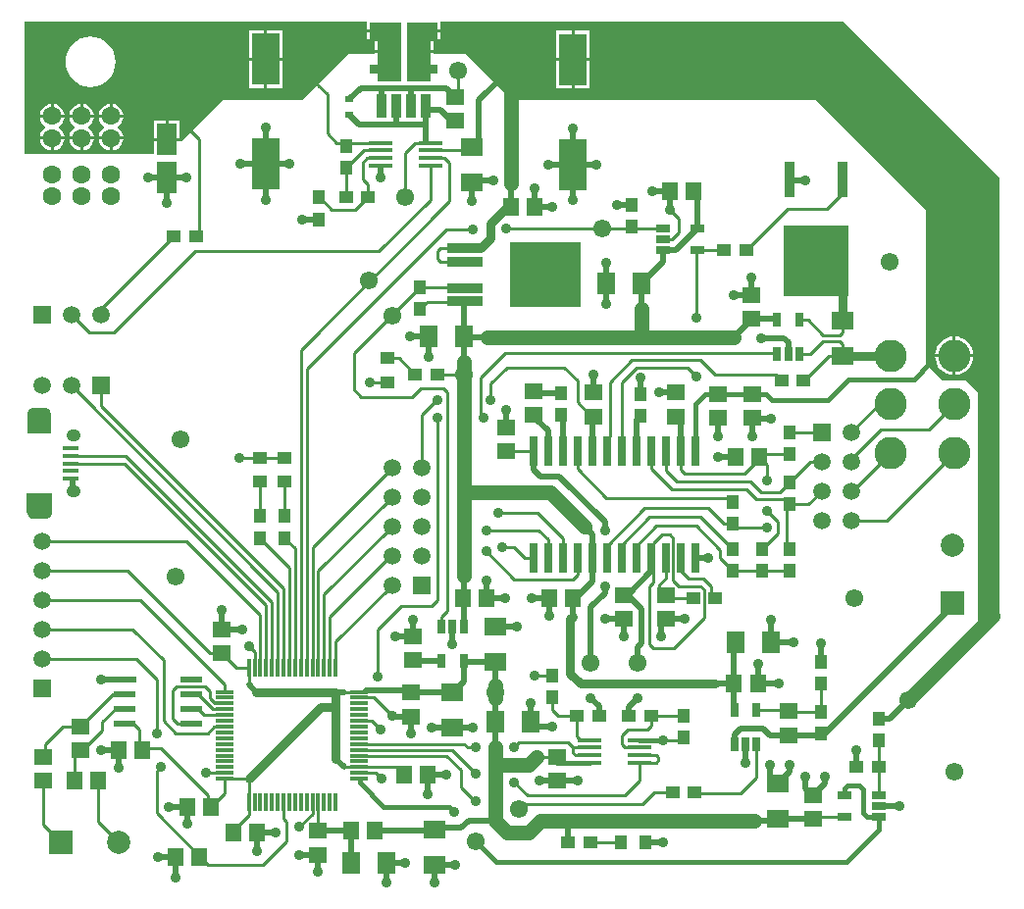
<source format=gtl>
G04*
G04 #@! TF.GenerationSoftware,Altium Limited,Altium Designer,18.1.9 (240)*
G04*
G04 Layer_Physical_Order=1*
G04 Layer_Color=255*
%FSLAX25Y25*%
%MOIN*%
G70*
G01*
G75*
%ADD10C,0.01000*%
%ADD55R,0.07874X0.01772*%
%ADD56R,0.04724X0.02559*%
%ADD57R,0.02559X0.04724*%
%ADD58R,0.24410X0.21850*%
%ADD59R,0.12205X0.03347*%
%ADD60R,0.06299X0.01181*%
%ADD61R,0.01181X0.06299*%
%ADD62R,0.02756X0.10236*%
%ADD63R,0.07795X0.02087*%
%ADD64R,0.07480X0.06299*%
%ADD65R,0.04331X0.04724*%
%ADD66R,0.04724X0.04331*%
%ADD67R,0.03347X0.12205*%
%ADD68R,0.21850X0.24410*%
%ADD69R,0.03500X0.08000*%
%ADD70R,0.08000X0.20000*%
%ADD71R,0.05906X0.05512*%
%ADD72R,0.05512X0.05906*%
%ADD73R,0.05315X0.01575*%
%ADD74R,0.02756X0.02362*%
%ADD75R,0.06693X0.11024*%
%ADD76R,0.06299X0.07480*%
%ADD77R,0.09252X0.17717*%
%ADD78C,0.01500*%
%ADD79C,0.02000*%
%ADD80C,0.05000*%
%ADD81C,0.01800*%
%ADD82C,0.03000*%
%ADD83C,0.11000*%
%ADD84C,0.06299*%
%ADD85C,0.06102*%
%ADD86C,0.07874*%
%ADD87R,0.07874X0.07874*%
%ADD88C,0.05906*%
%ADD89R,0.05906X0.05906*%
%ADD90R,0.07874X0.07874*%
%ADD91R,0.05906X0.05906*%
%ADD92O,0.04921X0.04134*%
%ADD93O,0.08000X0.05000*%
%ADD94C,0.03500*%
G36*
X412971Y369029D02*
X412971Y219971D01*
X405962Y212962D01*
X405500Y213153D01*
X405500Y296000D01*
X401500Y300000D01*
X393500Y300000D01*
X388000Y305500D01*
Y358000D01*
X350500Y395500D01*
X322500D01*
X247000Y395500D01*
X231500Y411000D01*
X220500Y411000D01*
Y411314D01*
X215500D01*
Y412314D01*
X220500D01*
Y415314D01*
X218000D01*
Y421814D01*
X222000D01*
Y419500D01*
X223000Y419500D01*
X223000Y421971D01*
X360029D01*
X412971Y369029D01*
D02*
G37*
G36*
X222000Y404314D02*
X218250D01*
Y407314D01*
X222000D01*
Y404314D01*
D02*
G37*
G36*
X203000D02*
X199000D01*
Y407314D01*
X203000D01*
Y404314D01*
D02*
G37*
G36*
X198000Y419500D02*
X199000D01*
X199000Y421814D01*
X203000Y421814D01*
X203000Y415314D01*
X200500Y415314D01*
Y412314D01*
X205500D01*
Y411314D01*
X200500D01*
Y411000D01*
X191535D01*
X176035Y395500D01*
X149000Y395500D01*
X134808Y381308D01*
X134593Y381398D01*
X130000D01*
X125654D01*
Y377000D01*
X81529D01*
Y421971D01*
X198000D01*
X198000Y419500D01*
D02*
G37*
G36*
X88958Y290773D02*
X89781Y290360D01*
X90394Y289673D01*
X90711Y288809D01*
X90700Y288349D01*
X90700D01*
X90700Y282050D01*
X82500D01*
Y288349D01*
X82483Y288799D01*
X82777Y289649D01*
X83361Y290334D01*
X84153Y290760D01*
X84600Y290814D01*
X84600Y290814D01*
X88500D01*
X88958Y290773D01*
D02*
G37*
G36*
X90800Y255279D02*
X90800D01*
X90798Y254830D01*
X90467Y253995D01*
X89856Y253338D01*
X89047Y252949D01*
X88600Y252914D01*
X84600D01*
X84600Y252914D01*
X84154Y252953D01*
X83350Y253346D01*
X82741Y254001D01*
X82407Y254831D01*
X82400Y255278D01*
Y261578D01*
X90800D01*
X90800Y255279D01*
D02*
G37*
%LPC*%
G36*
X223000Y418532D02*
X222000D01*
Y416000D01*
X223000D01*
Y418532D01*
D02*
G37*
G36*
X273626Y418972D02*
X268500D01*
Y409614D01*
X273626D01*
Y418972D01*
D02*
G37*
G36*
X267500D02*
X262374D01*
Y409614D01*
X267500D01*
Y418972D01*
D02*
G37*
G36*
X273626Y408614D02*
X268500D01*
Y399256D01*
X273626D01*
Y408614D01*
D02*
G37*
G36*
X267500D02*
X262374D01*
Y399256D01*
X267500D01*
Y408614D01*
D02*
G37*
G36*
X398000Y314982D02*
Y309000D01*
X403982D01*
X403906Y309774D01*
X403534Y310999D01*
X402931Y312129D01*
X402118Y313118D01*
X401129Y313931D01*
X399999Y314534D01*
X398774Y314906D01*
X398000Y314982D01*
D02*
G37*
G36*
X397000D02*
X396226Y314906D01*
X395001Y314534D01*
X393871Y313931D01*
X392882Y313118D01*
X392069Y312129D01*
X391466Y310999D01*
X391094Y309774D01*
X391018Y309000D01*
X397000D01*
Y314982D01*
D02*
G37*
G36*
X403982Y308000D02*
X398000D01*
Y302018D01*
X398774Y302094D01*
X399999Y302466D01*
X401129Y303069D01*
X402118Y303882D01*
X402931Y304871D01*
X403534Y306000D01*
X403906Y307226D01*
X403982Y308000D01*
D02*
G37*
G36*
X397000D02*
X391018D01*
X391094Y307226D01*
X391466Y306000D01*
X392069Y304871D01*
X392882Y303882D01*
X393871Y303069D01*
X395001Y302466D01*
X396226Y302094D01*
X397000Y302018D01*
Y308000D01*
D02*
G37*
G36*
X199000Y418532D02*
X198000D01*
X198000Y416000D01*
X199000Y416013D01*
X199000Y418532D01*
D02*
G37*
G36*
X169126Y419173D02*
X164000D01*
Y409815D01*
X169126D01*
Y419173D01*
D02*
G37*
G36*
X163000D02*
X157874D01*
Y409815D01*
X163000D01*
Y419173D01*
D02*
G37*
G36*
X103992Y416955D02*
X102324Y416790D01*
X100721Y416304D01*
X99243Y415514D01*
X97947Y414451D01*
X96884Y413155D01*
X96094Y411677D01*
X95607Y410073D01*
X95443Y408405D01*
X95607Y406738D01*
X96094Y405134D01*
X96884Y403656D01*
X97947Y402360D01*
X99243Y401297D01*
X100721Y400507D01*
X102324Y400021D01*
X103992Y399856D01*
X105660Y400021D01*
X107264Y400507D01*
X108742Y401297D01*
X110037Y402360D01*
X111100Y403656D01*
X111890Y405134D01*
X112377Y406738D01*
X112541Y408405D01*
X112377Y410073D01*
X111890Y411677D01*
X111100Y413155D01*
X110037Y414451D01*
X108742Y415514D01*
X107264Y416304D01*
X105660Y416790D01*
X103992Y416955D01*
D02*
G37*
G36*
X169126Y408815D02*
X164000D01*
Y399457D01*
X169126D01*
Y408815D01*
D02*
G37*
G36*
X163000D02*
X157874D01*
Y399457D01*
X163000D01*
Y408815D01*
D02*
G37*
G36*
X111500Y394021D02*
Y390402D01*
X115120D01*
X115043Y390985D01*
X114625Y391994D01*
X113960Y392861D01*
X113093Y393526D01*
X112083Y393944D01*
X111500Y394021D01*
D02*
G37*
G36*
X101500D02*
Y390402D01*
X105120D01*
X105043Y390985D01*
X104625Y391994D01*
X103960Y392861D01*
X103093Y393526D01*
X102083Y393944D01*
X101500Y394021D01*
D02*
G37*
G36*
X91500D02*
Y390402D01*
X95120D01*
X95043Y390985D01*
X94625Y391994D01*
X93959Y392861D01*
X93093Y393526D01*
X92083Y393944D01*
X91500Y394021D01*
D02*
G37*
G36*
X110500Y394021D02*
X109917Y393944D01*
X108907Y393526D01*
X108040Y392861D01*
X107375Y391994D01*
X106957Y390985D01*
X106880Y390402D01*
X110500D01*
Y394021D01*
D02*
G37*
G36*
X100500D02*
X99917Y393944D01*
X98907Y393526D01*
X98040Y392861D01*
X97375Y391994D01*
X96957Y390985D01*
X96880Y390402D01*
X100500D01*
Y394021D01*
D02*
G37*
G36*
X90500D02*
X89917Y393944D01*
X88907Y393526D01*
X88041Y392861D01*
X87375Y391994D01*
X86957Y390985D01*
X86880Y390402D01*
X90500D01*
Y394021D01*
D02*
G37*
G36*
X115120Y389402D02*
X111000D01*
X106880D01*
X106957Y388818D01*
X107375Y387809D01*
X108040Y386942D01*
X108596Y386516D01*
Y385886D01*
X108040Y385459D01*
X107375Y384593D01*
X106957Y383583D01*
X106880Y383000D01*
X111000D01*
X115120D01*
X115043Y383583D01*
X114625Y384593D01*
X113960Y385459D01*
X113404Y385886D01*
Y386516D01*
X113960Y386942D01*
X114625Y387809D01*
X115043Y388818D01*
X115120Y389402D01*
D02*
G37*
G36*
X105120D02*
X101000D01*
X96880D01*
X96957Y388818D01*
X97375Y387809D01*
X98040Y386942D01*
X98596Y386516D01*
Y385886D01*
X98040Y385459D01*
X97375Y384593D01*
X96957Y383583D01*
X96880Y383000D01*
X101000D01*
X105120D01*
X105043Y383583D01*
X104625Y384593D01*
X103960Y385459D01*
X103404Y385886D01*
Y386516D01*
X103960Y386942D01*
X104625Y387809D01*
X105043Y388818D01*
X105120Y389402D01*
D02*
G37*
G36*
X95120D02*
X91000D01*
X86880D01*
X86957Y388818D01*
X87375Y387809D01*
X88041Y386942D01*
X88596Y386516D01*
Y385886D01*
X88041Y385459D01*
X87375Y384593D01*
X86957Y383583D01*
X86880Y383000D01*
X91000D01*
X95120D01*
X95043Y383583D01*
X94625Y384593D01*
X93959Y385459D01*
X93404Y385886D01*
Y386516D01*
X93959Y386942D01*
X94625Y387809D01*
X95043Y388818D01*
X95120Y389402D01*
D02*
G37*
G36*
X134346Y388409D02*
X130500D01*
Y382398D01*
X134346D01*
Y388409D01*
D02*
G37*
G36*
X129500D02*
X125654D01*
Y382398D01*
X129500D01*
Y388409D01*
D02*
G37*
G36*
X115120Y382000D02*
X111500D01*
Y378380D01*
X112083Y378457D01*
X113093Y378875D01*
X113960Y379540D01*
X114625Y380407D01*
X115043Y381417D01*
X115120Y382000D01*
D02*
G37*
G36*
X105120D02*
X101500D01*
Y378380D01*
X102083Y378457D01*
X103093Y378875D01*
X103960Y379540D01*
X104625Y380407D01*
X105043Y381417D01*
X105120Y382000D01*
D02*
G37*
G36*
X95120D02*
X91500D01*
Y378380D01*
X92083Y378457D01*
X93093Y378875D01*
X93959Y379540D01*
X94625Y380407D01*
X95043Y381417D01*
X95120Y382000D01*
D02*
G37*
G36*
X110500D02*
X106880D01*
X106957Y381417D01*
X107375Y380407D01*
X108040Y379540D01*
X108907Y378875D01*
X109917Y378457D01*
X110500Y378380D01*
Y382000D01*
D02*
G37*
G36*
X100500D02*
X96880D01*
X96957Y381417D01*
X97375Y380407D01*
X98040Y379540D01*
X98907Y378875D01*
X99917Y378457D01*
X100500Y378380D01*
Y382000D01*
D02*
G37*
G36*
X90500D02*
X86880D01*
X86957Y381417D01*
X87375Y380407D01*
X88041Y379540D01*
X88907Y378875D01*
X89917Y378457D01*
X90500Y378380D01*
Y382000D01*
D02*
G37*
%LPD*%
D10*
X291500Y156000D02*
X295500Y160000D01*
X251000Y156000D02*
X291500D01*
X249500Y154500D02*
X251000Y156000D01*
X121268Y174268D02*
X122000Y175000D01*
X157772Y152272D02*
Y164667D01*
X152232Y146732D02*
X157772Y152272D01*
X175488Y310488D02*
X226000Y361000D01*
Y374000D01*
X175488Y202265D02*
Y310488D01*
X245000Y309500D02*
X337360D01*
X220000Y223500D02*
X222000Y225500D01*
X209500Y223500D02*
X220000D01*
X201500Y215500D02*
X209500Y223500D01*
X222000Y225500D02*
Y287500D01*
X230850Y302150D02*
X231000Y302000D01*
X219465Y361465D02*
Y373161D01*
X202000Y344000D02*
X219465Y361465D01*
X139500Y344000D02*
X202000D01*
X216000Y331740D02*
X235760D01*
X193500Y309240D02*
X216000Y331740D01*
X225250Y221750D02*
Y296010D01*
X223260Y219760D02*
X225250Y221750D01*
X223260Y216307D02*
Y219760D01*
X213146Y294500D02*
X216146Y297500D01*
X196000Y294500D02*
X213146D01*
X193500Y297000D02*
X196000Y294500D01*
X245319Y351819D02*
X298607D01*
X225000Y351500D02*
X234000D01*
X177457Y303957D02*
X225000Y351500D01*
X177457Y202265D02*
Y303957D01*
X232500Y380035D02*
X232592Y379374D01*
X232744Y378279D01*
X201500Y199387D02*
Y215500D01*
X193500Y297000D02*
Y309240D01*
X199000Y299366D02*
X205000D01*
Y307634D02*
X208776D01*
X214260Y302150D01*
X221740D02*
X230850D01*
X216146Y297500D02*
X223760D01*
X225250Y296010D01*
X310000Y321500D02*
Y344240D01*
X126500Y153000D02*
X144000Y135500D01*
X119500Y205500D02*
X126500Y198500D01*
X87500Y205500D02*
X119500D01*
X200887Y166635D02*
X202928Y164594D01*
X340562Y242751D02*
Y257909D01*
X326794Y263150D02*
X330294Y259650D01*
X339822D01*
X126500Y167280D02*
X128000Y168780D01*
X126500Y153000D02*
Y167280D01*
X397000Y223500D02*
Y225000D01*
X205780Y259780D02*
X207500D01*
X181394Y235394D02*
X205780Y259780D01*
X181394Y202265D02*
Y235394D01*
X205780Y249780D02*
X207500D01*
X183362Y227362D02*
X205780Y249780D01*
X183362Y202265D02*
Y227362D01*
X205279Y239779D02*
X207500D01*
X185331Y219831D02*
X205279Y239779D01*
X185331Y202265D02*
Y219831D01*
X205780Y229780D02*
X207500D01*
X187299Y211299D02*
X205780Y229780D01*
X187299Y202265D02*
Y211299D01*
X154500Y273874D02*
X161500D01*
X170000Y246500D02*
X173520Y242980D01*
X171551Y202265D02*
Y236449D01*
X163250Y244750D02*
X171551Y236449D01*
X179425Y243425D02*
X206500Y270500D01*
X179425Y202265D02*
Y243425D01*
X221500Y293500D02*
X222000D01*
X216500Y288500D02*
X221500Y293500D01*
X216500Y270500D02*
Y288500D01*
X248000Y232500D02*
X267829D01*
X238500Y242000D02*
X248000Y232500D01*
X269500Y239779D02*
Y243943D01*
Y234171D02*
Y239779D01*
X242500Y255000D02*
X256000D01*
X264500Y246500D01*
X244000Y243500D02*
X248000D01*
X251720Y239779D01*
X169583Y150917D02*
X170500Y150000D01*
Y143500D02*
Y150000D01*
X162500Y135500D02*
X170500Y143500D01*
X236500Y301000D02*
X245000Y309500D01*
X236500Y288475D02*
Y301000D01*
X240000Y299000D02*
X245500Y304500D01*
X240000Y293500D02*
Y299000D01*
X236500Y288475D02*
X237500Y287475D01*
X265000Y304500D02*
X269500Y300000D01*
X245500Y304500D02*
X265000D01*
X120535Y175000D02*
Y181465D01*
X118500Y183500D02*
X120535Y181465D01*
X115700Y183500D02*
X118500D01*
X112539Y188539D02*
X115735D01*
X108000Y184000D02*
X112539Y188539D01*
X108000Y181010D02*
Y184000D01*
X111519Y193500D02*
X115700D01*
X100500Y182482D02*
X111519Y193500D01*
X101401Y174411D02*
X108000Y181010D01*
X100500Y174411D02*
X101401D01*
X86594Y172035D02*
X88500Y173941D01*
X94481Y182482D02*
X100500D01*
X88500Y176500D02*
X94481Y182482D01*
X98465Y172375D02*
X100500Y174411D01*
X98465Y163965D02*
Y172375D01*
X106535Y150150D02*
Y163965D01*
Y150150D02*
X113685Y143000D01*
X88500Y173941D02*
Y176500D01*
X86594Y163965D02*
X88000Y162559D01*
Y149000D02*
Y162559D01*
Y149000D02*
X94000Y143000D01*
X133048Y180188D02*
X143849D01*
X129000Y184236D02*
X133048Y180188D01*
X129000Y184236D02*
Y204899D01*
X122000Y175000D02*
X128000D01*
X144000Y159000D01*
X126500Y180000D02*
Y198500D01*
X118399Y215500D02*
X129000Y204899D01*
X87500Y215500D02*
X118399D01*
X143849Y180188D02*
X146045Y182383D01*
X133500Y183500D02*
X138300D01*
X132000Y185000D02*
X133500Y183500D01*
X132000Y185000D02*
Y194694D01*
X133306Y196000D01*
X143000D01*
X144500Y194500D01*
Y192035D02*
Y194500D01*
Y192035D02*
X146278Y190257D01*
X149701D01*
X145711Y188289D02*
X149701D01*
X140500Y193500D02*
X145711Y188289D01*
X138300Y193500D02*
X140500D01*
X142680Y186320D02*
X149701D01*
X140461Y188539D02*
X142680Y186320D01*
X138265Y188539D02*
X140461D01*
X149701Y194194D02*
Y196799D01*
X121000Y225500D02*
X149701Y196799D01*
X87500Y225500D02*
X121000D01*
X144535Y207465D02*
X148500D01*
X116500Y235500D02*
X144535Y207465D01*
X87500Y235500D02*
X116500D01*
X273740Y143000D02*
X284366D01*
X374500Y252500D02*
X396500Y274500D01*
X362500Y252500D02*
X374500D01*
X362800Y262500D02*
X375800Y275500D01*
X362500Y262500D02*
X362800D01*
X389000Y283500D02*
X397500Y292000D01*
X372500Y283500D02*
X389000D01*
X362500Y273500D02*
X372500Y283500D01*
X362500Y272500D02*
Y273500D01*
X372000Y292000D02*
X375800D01*
X362500Y282500D02*
X372000Y292000D01*
X352390Y282390D02*
X352500Y282500D01*
X341562Y282390D02*
X352390D01*
X348673Y272500D02*
X352500D01*
X341562Y265390D02*
X348673Y272500D01*
X347909Y257909D02*
X352500Y262500D01*
X341562Y257909D02*
X347909D01*
X300965Y358000D02*
X304000Y354965D01*
Y350500D02*
Y354965D01*
X301579Y348079D02*
X304000Y350500D01*
X298607Y348079D02*
X301579D01*
X144000Y156158D02*
Y159000D01*
Y156158D02*
X145035Y155123D01*
X149701Y159788D02*
Y164667D01*
X145035Y155123D02*
X149701Y159788D01*
X144000Y135500D02*
X162500D01*
X190200Y168604D02*
X195370D01*
X190100Y194194D02*
X195370D01*
X149701Y164667D02*
X157772D01*
X157772Y196628D02*
Y202265D01*
X214339Y380839D02*
X219465D01*
X211000Y377500D02*
X214339Y380839D01*
X211000Y362500D02*
Y377500D01*
X229000Y397535D02*
Y405500D01*
X228000Y396535D02*
X229000Y397535D01*
X169583Y150917D02*
Y156596D01*
X187661Y380839D02*
X202535D01*
X137000Y386000D02*
X141000Y382000D01*
Y350260D02*
Y382000D01*
X139740Y349000D02*
X141000Y350260D01*
X332522Y275203D02*
X341794D01*
X331670Y273670D02*
X333794Y271546D01*
X331329Y274010D02*
X331670Y273670D01*
X331329Y273329D02*
Y274010D01*
Y271929D02*
Y273329D01*
X331670Y273670D01*
X326350Y268350D02*
X331329Y273329D01*
X305927Y268350D02*
X326350D01*
X294534Y182634D02*
Y186000D01*
X293400Y181500D02*
X294534Y182634D01*
X286500Y181500D02*
X293400D01*
X270461Y177839D02*
X273535D01*
X269260Y179040D02*
X270461Y177839D01*
X269260Y179040D02*
Y186000D01*
X340562Y257909D02*
X341562D01*
X148500Y207465D02*
X153700Y202265D01*
X157772D01*
X146045Y182383D02*
X149701D01*
X349500Y150965D02*
X351500D01*
X337000Y150500D02*
X337500Y151000D01*
X337535Y150965D01*
X351500D02*
X352228Y151692D01*
X360343D01*
X293923Y229923D02*
X295294Y231294D01*
X285294Y227185D02*
X286415D01*
X294500Y235270D02*
Y239779D01*
X293923Y210520D02*
Y229923D01*
X337500Y247914D02*
Y251943D01*
X333794Y255650D02*
X337500Y251943D01*
X332336Y242751D02*
X337500Y247914D01*
X322294Y251270D02*
X323564Y250000D01*
X333794D01*
X316294Y302000D02*
X336760D01*
X311294Y307000D02*
X316294Y302000D01*
X288000Y307000D02*
X311294D01*
X222976Y344976D02*
X231268D01*
X222000Y344000D02*
X222976Y344976D01*
X222000Y341500D02*
Y344000D01*
Y341500D02*
X223012Y340488D01*
X231268D01*
X218496Y326756D02*
X231000D01*
X216000Y324260D02*
X218496Y326756D01*
X328500Y320760D02*
Y320965D01*
X269500Y292650D02*
Y300000D01*
X280500Y299500D02*
X288000Y307000D01*
X280500Y281000D02*
Y299500D01*
X307000Y304500D02*
X310000Y301500D01*
X289500Y304500D02*
X307000D01*
X284500Y299500D02*
X289500Y304500D01*
X284500Y276000D02*
Y299500D01*
X336760Y302000D02*
X338760Y300000D01*
X346370Y299870D02*
X355000Y308500D01*
X359500D01*
X353000Y346370D02*
X359500Y339870D01*
X344840Y320607D02*
X344983Y320750D01*
X347750D01*
X353000Y315500D01*
X348493Y308993D02*
X353000Y313500D01*
X344840Y308993D02*
X348493D01*
X252500Y159000D02*
X285500D01*
X248000Y163500D02*
X252500Y159000D01*
X262500Y163965D02*
X262505Y163960D01*
X262465Y172000D02*
X262500Y172035D01*
X255500Y172000D02*
X262465D01*
X285500Y159000D02*
X290465Y163965D01*
X273350Y175465D02*
X273535D01*
X266280Y177000D02*
X268000Y175279D01*
X249535Y177000D02*
X266280D01*
X248000Y175465D02*
X249535Y177000D01*
X268000Y173500D02*
Y175279D01*
X309240Y159694D02*
X324776D01*
X161500Y273874D02*
X170000D01*
Y253980D02*
Y265606D01*
X161500Y253980D02*
Y265606D01*
X173520Y202265D02*
Y242980D01*
X169583Y202265D02*
Y229417D01*
X107500Y291500D02*
X169583Y229417D01*
X107500Y291500D02*
Y298314D01*
X315034Y225650D02*
Y229909D01*
X312294Y232650D02*
X315034Y229909D01*
X312500Y219500D02*
Y229000D01*
X311350Y230150D02*
X312500Y229000D01*
X303965Y230150D02*
X311350D01*
X302150Y209150D02*
X312500Y219500D01*
X295294Y209150D02*
X302150D01*
X293923Y210520D02*
X295294Y209150D01*
X245294Y276000D02*
X254500Y276000D01*
X245052Y276000D02*
X245294D01*
X199652Y184352D02*
X202500Y181504D01*
Y181500D02*
Y181504D01*
X200178Y192226D02*
X206500Y185903D01*
X207861Y168604D02*
X210465Y166000D01*
X224959Y172541D02*
X229819Y167681D01*
Y161681D02*
Y167681D01*
Y161681D02*
X234500Y157000D01*
X226878Y174509D02*
X235000Y166387D01*
X195370Y172541D02*
X224959D01*
X232221Y175279D02*
X235000D01*
X231025Y176475D02*
X232221Y175279D01*
X199620Y176475D02*
X231025D01*
X279350Y260150D02*
X320895D01*
X269500Y270000D02*
X279350Y260150D01*
X269500Y270000D02*
Y276000D01*
X158000Y209627D02*
X159740Y207887D01*
Y202265D02*
Y207887D01*
X181285Y400500D02*
X184500Y397285D01*
Y384000D02*
Y397285D01*
X233500Y379500D02*
X236000Y382000D01*
X269500Y292650D02*
X274295Y287854D01*
X175000Y148387D02*
X179425Y152812D01*
Y156596D01*
X161709Y202265D02*
Y220291D01*
X136500Y245500D02*
X161709Y220291D01*
X87500Y245500D02*
X136500D01*
X167614Y202265D02*
Y228200D01*
X96626Y274373D02*
X97126D01*
X96626Y271814D02*
X97126D01*
Y274373D02*
X115955D01*
X97126Y271814D02*
X115686D01*
X115955Y274373D02*
X165646Y224683D01*
Y202265D02*
Y224683D01*
X115686Y271814D02*
X163677Y223823D01*
Y202265D02*
Y223823D01*
X352240Y187453D02*
Y196918D01*
X341264Y187581D02*
X341392Y187453D01*
X352240D01*
X351778Y179510D02*
X352240Y179973D01*
X340879Y187966D02*
X341264Y187581D01*
X330221Y187966D02*
X340879D01*
X330221Y165139D02*
Y176352D01*
X324776Y159694D02*
X330221Y165139D01*
X295500Y160000D02*
X301000D01*
X255035Y199740D02*
X261000D01*
X298500Y177839D02*
X304765D01*
X305500Y178574D01*
X305446Y186000D02*
X305500Y186054D01*
X294534Y186000D02*
X305446D01*
X261000Y188000D02*
Y192260D01*
Y188000D02*
X263000Y186000D01*
X269260D01*
X284500Y176500D02*
Y179500D01*
X286500Y181500D01*
X371957Y159172D02*
Y177689D01*
X251720Y239779D02*
X254500D01*
X238500Y249150D02*
X256386D01*
X253836Y243943D02*
X254500Y243280D01*
X256386Y249150D02*
X259500Y246035D01*
X195370Y184352D02*
X199652D01*
X326740Y344339D02*
X340902Y358500D01*
X290465Y163965D02*
Y170161D01*
X297000Y171000D02*
Y172000D01*
X296280Y172721D02*
X297000Y172000D01*
X290465Y172721D02*
X296280D01*
X296161Y170161D02*
X297000Y171000D01*
X290465Y170161D02*
X296161D01*
X285720Y175279D02*
X290465D01*
X284500Y176500D02*
X285720Y175279D01*
X268779Y172721D02*
X273535D01*
X268000Y173500D02*
X268779Y172721D01*
X268000Y175279D02*
X273535D01*
X273350Y175465D02*
X273535Y175279D01*
X199620Y174509D02*
X226878D01*
X234500Y157000D02*
X235000D01*
X195370Y192226D02*
X200178D01*
X340902Y358500D02*
X354260D01*
X359476Y363717D02*
Y368232D01*
X354260Y358500D02*
X359476Y363717D01*
X143392Y166612D02*
X149678D01*
X149701Y166635D01*
X264500Y239779D02*
Y246500D01*
X259500Y239779D02*
Y246035D01*
X267829Y232500D02*
X269500Y234171D01*
X279500Y276000D02*
Y280000D01*
X280500Y281000D01*
X353000Y315500D02*
X358500D01*
X359500Y316500D01*
Y320500D01*
X353000Y313500D02*
X358500D01*
X359500Y312500D01*
Y308500D02*
Y312500D01*
X310221Y344339D02*
X310319Y344240D01*
X318500D01*
X184500Y384000D02*
X187661Y380839D01*
X254500Y243280D02*
Y243943D01*
X255647Y286796D02*
X257000Y288150D01*
X259500Y276000D02*
Y279150D01*
X295294Y231294D02*
Y238986D01*
X294500Y239779D02*
X295294Y238986D01*
X302022Y232092D02*
X303965Y230150D01*
X302022Y232092D02*
X302022Y246421D01*
X300794Y247650D02*
X302022Y246421D01*
X298317Y247650D02*
X300794D01*
X295294Y244626D02*
X298317Y247650D01*
X295294Y240573D02*
Y244626D01*
X294500Y239779D02*
X295294Y240573D01*
X297465Y226185D02*
X307554D01*
X297294Y230650D02*
X297426Y227190D01*
X297465Y226185D01*
X307294Y232650D02*
X312294Y232650D01*
X304500Y235443D02*
X307294Y232650D01*
X304500Y235443D02*
Y239779D01*
X299500Y232856D02*
Y239779D01*
X297294Y230650D02*
X299500Y232856D01*
X296294Y250650D02*
X309794D01*
X289500Y243856D02*
X296294Y250650D01*
X289500Y240779D02*
Y243856D01*
X284500Y244150D02*
X294000Y253650D01*
X284500Y240779D02*
X284500Y244150D01*
X294000Y253650D02*
X311395Y253650D01*
X292294Y256650D02*
X313794D01*
X279500Y243856D02*
X292294Y256650D01*
X279500Y239779D02*
Y243856D01*
X309794Y250650D02*
X317999Y242445D01*
X311395Y253650D02*
X322294Y242751D01*
X313794Y256650D02*
X319173Y251270D01*
X322294D01*
X320895Y260150D02*
X322294Y258751D01*
X274295Y287854D02*
X275000D01*
X333794Y266150D02*
Y271546D01*
X301567Y263150D02*
X326794D01*
X331794Y262150D02*
X338322D01*
X328194Y265750D02*
X331794Y262150D01*
X303227Y265750D02*
X328194D01*
X338322Y262150D02*
X341562Y265390D01*
X339822Y259650D02*
X340562Y257909D01*
X299500Y269476D02*
X303227Y265750D01*
X294500Y270217D02*
X301567Y263150D01*
X112000Y316500D02*
X139500Y344000D01*
X103500Y316500D02*
X112000D01*
X97500Y322500D02*
X103500Y316500D01*
X107500Y324240D02*
X132260Y349000D01*
X107500Y322500D02*
Y324240D01*
X219465Y378279D02*
X232744D01*
X224279Y375721D02*
X226000Y374000D01*
X219465Y375721D02*
X224279D01*
X193740Y358000D02*
X198240Y362500D01*
X186000Y358000D02*
X193740D01*
X181760Y362240D02*
X186000Y358000D01*
X181500Y362240D02*
X181760D01*
X190760Y372020D02*
X191000Y372260D01*
X190760Y362500D02*
Y372020D01*
X196780Y378279D02*
X202535D01*
X191000Y372500D02*
X196780Y378279D01*
X198000Y375721D02*
X202535D01*
X196500Y374220D02*
X198000Y375721D01*
X196500Y368500D02*
Y374220D01*
X191000Y372260D02*
Y372500D01*
X196500Y368500D02*
X198240Y366760D01*
Y362500D02*
Y366760D01*
X181394Y149823D02*
Y156596D01*
X97500Y298314D02*
X167614Y228200D01*
X96626Y266696D02*
X97126D01*
X244127Y276925D02*
X245052Y276000D01*
X331329Y274010D02*
X332522Y275203D01*
X332336Y235270D02*
X341562Y235270D01*
X322294Y235270D02*
X332336D01*
X317998Y239565D02*
X322294Y235270D01*
X317998Y239565D02*
X317999Y242445D01*
X149034Y180415D02*
X149701Y180415D01*
X195370Y174509D02*
X199620D01*
X199620Y174509D01*
X195370Y176478D02*
X199617D01*
X199620Y176475D01*
X195370Y168604D02*
X207861Y168604D01*
X195370Y166635D02*
X200887D01*
X294500Y270217D02*
Y276000D01*
X304500Y269776D02*
X305927Y268350D01*
X304500Y269776D02*
X304500Y276000D01*
X299500Y269476D02*
Y276000D01*
X264500Y280390D02*
X264627Y280517D01*
X299500Y276000D02*
Y280390D01*
X274500Y287354D02*
X275000Y287854D01*
X264500Y276000D02*
X264500Y280390D01*
X302965Y287854D02*
X304500Y286319D01*
D55*
X273535Y177839D02*
D03*
Y175279D02*
D03*
Y172721D02*
D03*
Y170161D02*
D03*
X290465Y177839D02*
D03*
Y175279D02*
D03*
Y172721D02*
D03*
Y170161D02*
D03*
X219465Y373161D02*
D03*
Y375721D02*
D03*
Y378279D02*
D03*
Y380839D02*
D03*
X202535Y373161D02*
D03*
Y375721D02*
D03*
Y378279D02*
D03*
Y380839D02*
D03*
D56*
X298607Y351819D02*
D03*
Y348079D02*
D03*
Y344339D02*
D03*
X310221D02*
D03*
Y351819D02*
D03*
X371957Y151692D02*
D03*
Y155432D02*
D03*
Y159172D02*
D03*
X360343D02*
D03*
Y151692D02*
D03*
D57*
X322740Y176352D02*
D03*
X326480D02*
D03*
X330221D02*
D03*
Y187966D02*
D03*
X322740D02*
D03*
X337360Y308993D02*
D03*
X341100D02*
D03*
X344840D02*
D03*
Y320607D02*
D03*
X337360D02*
D03*
X230740Y216307D02*
D03*
X227000D02*
D03*
X223260D02*
D03*
Y204693D02*
D03*
X230740D02*
D03*
D58*
X258630Y336000D02*
D03*
D59*
X231268Y327024D02*
D03*
Y331512D02*
D03*
Y340488D02*
D03*
Y344976D02*
D03*
D60*
X149701Y164667D02*
D03*
Y166635D02*
D03*
Y168604D02*
D03*
Y170572D02*
D03*
Y172541D02*
D03*
Y174509D02*
D03*
Y176478D02*
D03*
Y178446D02*
D03*
Y180415D02*
D03*
Y182383D02*
D03*
Y184352D02*
D03*
Y186320D02*
D03*
Y188289D02*
D03*
Y190257D02*
D03*
Y192226D02*
D03*
Y194194D02*
D03*
X195370D02*
D03*
Y192226D02*
D03*
Y190257D02*
D03*
Y188289D02*
D03*
Y186320D02*
D03*
Y184352D02*
D03*
Y182383D02*
D03*
Y180415D02*
D03*
Y178446D02*
D03*
Y176478D02*
D03*
Y174509D02*
D03*
Y172541D02*
D03*
Y170572D02*
D03*
Y168604D02*
D03*
Y166635D02*
D03*
Y164667D02*
D03*
D61*
X157772Y202265D02*
D03*
X159740D02*
D03*
X161709D02*
D03*
X163677D02*
D03*
X165646D02*
D03*
X167614D02*
D03*
X169583D02*
D03*
X171551D02*
D03*
X173520D02*
D03*
X175488D02*
D03*
X177457D02*
D03*
X179425D02*
D03*
X181394D02*
D03*
X183362D02*
D03*
X185331D02*
D03*
X187299D02*
D03*
Y156596D02*
D03*
X185331D02*
D03*
X183362D02*
D03*
X181394D02*
D03*
X179425D02*
D03*
X177457D02*
D03*
X175488D02*
D03*
X173520D02*
D03*
X171551D02*
D03*
X169583D02*
D03*
X167614D02*
D03*
X165646D02*
D03*
X163677D02*
D03*
X161709D02*
D03*
X159740D02*
D03*
X157772D02*
D03*
D62*
X254500Y239779D02*
D03*
X259500D02*
D03*
X264500D02*
D03*
X269500D02*
D03*
X274500D02*
D03*
X279500D02*
D03*
X284500D02*
D03*
X289500D02*
D03*
X294500D02*
D03*
X299500D02*
D03*
X304500D02*
D03*
X309500D02*
D03*
X254500Y276000D02*
D03*
X259500D02*
D03*
X264500D02*
D03*
X269500D02*
D03*
X274500D02*
D03*
X279500D02*
D03*
X284500D02*
D03*
X289500D02*
D03*
X294500D02*
D03*
X299500D02*
D03*
X304500D02*
D03*
X309500D02*
D03*
D63*
X115700Y183500D02*
D03*
X115735Y188539D02*
D03*
X115700Y193500D02*
D03*
X115800Y198500D02*
D03*
X138200D02*
D03*
X138300Y193500D02*
D03*
X138265Y188539D02*
D03*
X138300Y183500D02*
D03*
D64*
X359500Y308500D02*
D03*
Y320500D02*
D03*
X337500Y151000D02*
D03*
Y163000D02*
D03*
X241500Y204500D02*
D03*
Y216500D02*
D03*
X233500Y379500D02*
D03*
Y367500D02*
D03*
X221000Y147500D02*
D03*
Y135500D02*
D03*
X227000Y194000D02*
D03*
Y182000D02*
D03*
D65*
X288000Y352260D02*
D03*
Y359740D02*
D03*
X352240Y196918D02*
D03*
Y204399D02*
D03*
Y179973D02*
D03*
Y187453D02*
D03*
X371957Y177689D02*
D03*
Y185169D02*
D03*
X181500Y354760D02*
D03*
Y362240D02*
D03*
X191000Y372260D02*
D03*
Y379740D02*
D03*
X216000Y324260D02*
D03*
Y331740D02*
D03*
X170000Y246500D02*
D03*
Y253980D02*
D03*
X161500Y246500D02*
D03*
Y253980D02*
D03*
X305500Y186054D02*
D03*
Y178574D02*
D03*
X341562Y257909D02*
D03*
Y265390D02*
D03*
X261000Y192260D02*
D03*
Y199740D02*
D03*
X332336Y235270D02*
D03*
Y242751D02*
D03*
X290794Y295390D02*
D03*
Y287910D02*
D03*
X322294Y242751D02*
D03*
Y235270D02*
D03*
X341562Y235270D02*
D03*
Y242751D02*
D03*
X322294Y258751D02*
D03*
Y251270D02*
D03*
X341562Y274909D02*
D03*
Y282390D02*
D03*
X263794Y288270D02*
D03*
Y295750D02*
D03*
X284366Y143000D02*
D03*
X292634D02*
D03*
D66*
X326740Y344339D02*
D03*
X319260D02*
D03*
X309240Y160000D02*
D03*
X301760D02*
D03*
X371740Y168780D02*
D03*
X364260D02*
D03*
X266260Y143000D02*
D03*
X273740D02*
D03*
X198240Y362500D02*
D03*
X190760D02*
D03*
X139740Y349000D02*
D03*
X132260D02*
D03*
X294534Y186000D02*
D03*
X287054D02*
D03*
X338760Y300000D02*
D03*
X346240D02*
D03*
X308760Y226150D02*
D03*
X316240D02*
D03*
X269260Y186000D02*
D03*
X276740D02*
D03*
X221740Y302150D02*
D03*
X214260D02*
D03*
X205000Y307634D02*
D03*
Y299366D02*
D03*
X170000Y265606D02*
D03*
Y273874D02*
D03*
X161500Y265606D02*
D03*
Y273874D02*
D03*
D67*
X359476Y368232D02*
D03*
X341524D02*
D03*
D68*
X350500Y340870D02*
D03*
D69*
X208000Y393314D02*
D03*
X213000D02*
D03*
X218000D02*
D03*
X203000D02*
D03*
D70*
X205500Y411814D02*
D03*
X215500D02*
D03*
D71*
X88000Y163965D02*
D03*
Y172035D02*
D03*
X341264Y187581D02*
D03*
Y179510D02*
D03*
X349500Y159035D02*
D03*
Y150965D02*
D03*
X100500Y182482D02*
D03*
Y174411D02*
D03*
X213500Y213035D02*
D03*
Y204965D02*
D03*
X228000Y388465D02*
D03*
Y396535D02*
D03*
X181285Y138890D02*
D03*
Y146960D02*
D03*
X148500Y215535D02*
D03*
Y207465D02*
D03*
X213000Y185887D02*
D03*
Y193958D02*
D03*
X285294Y219114D02*
D03*
Y227185D02*
D03*
X262500Y163965D02*
D03*
Y172035D02*
D03*
X299500Y218965D02*
D03*
Y227035D02*
D03*
X245294Y283996D02*
D03*
Y275925D02*
D03*
X275000Y287854D02*
D03*
Y295925D02*
D03*
X254627Y288354D02*
D03*
Y296425D02*
D03*
X302965Y287854D02*
D03*
Y295925D02*
D03*
X328500Y329035D02*
D03*
Y320965D02*
D03*
X317294Y287475D02*
D03*
Y295546D02*
D03*
X328794D02*
D03*
Y287475D02*
D03*
D72*
X106535Y163965D02*
D03*
X98465D02*
D03*
X200535Y147000D02*
D03*
X192465D02*
D03*
X300965Y364299D02*
D03*
X309035D02*
D03*
X330776Y197037D02*
D03*
X322705D02*
D03*
X160535Y146500D02*
D03*
X152465D02*
D03*
X238535Y226000D02*
D03*
X230465D02*
D03*
X255035Y359000D02*
D03*
X246965D02*
D03*
X136965Y155123D02*
D03*
X145035D02*
D03*
X218535Y166000D02*
D03*
X210465D02*
D03*
X132965Y138000D02*
D03*
X141035D02*
D03*
X331329Y274010D02*
D03*
X323258D02*
D03*
X267829Y226150D02*
D03*
X259758D02*
D03*
X113465Y174500D02*
D03*
X121535D02*
D03*
D73*
X97126Y266696D02*
D03*
Y269255D02*
D03*
Y271814D02*
D03*
Y274373D02*
D03*
Y276932D02*
D03*
D74*
X192000Y390244D02*
D03*
Y395756D02*
D03*
D75*
X130000Y369102D02*
D03*
Y381898D02*
D03*
D76*
X291294Y333000D02*
D03*
X279294D02*
D03*
X323240Y211159D02*
D03*
X335240D02*
D03*
X219000Y315000D02*
D03*
X231000D02*
D03*
X192500Y136000D02*
D03*
X204500D02*
D03*
X241500Y184000D02*
D03*
X253500D02*
D03*
D77*
X268000Y373484D02*
D03*
Y409114D02*
D03*
X163500Y373685D02*
D03*
Y409315D02*
D03*
D78*
X262500Y170161D02*
X273535D01*
X290465Y177839D02*
X298500D01*
D79*
X232500Y150500D02*
X241500D01*
X230000Y148000D02*
X232500Y150500D01*
X221500Y148000D02*
X230000D01*
X283000Y359740D02*
X286500D01*
X112965Y174500D02*
X113465Y174000D01*
X112965Y174500D02*
X113465D01*
X107509D02*
X112965D01*
X107500Y174509D02*
X107509Y174500D01*
X113465Y168500D02*
Y174000D01*
X181080Y138887D02*
X181394Y138574D01*
Y133000D02*
Y138574D01*
X213500Y213035D02*
Y218659D01*
X274500Y231856D02*
Y247804D01*
X231000Y326756D02*
Y327024D01*
X230740Y216307D02*
Y233500D01*
X227000Y210500D02*
Y216307D01*
X310221Y351819D02*
Y362485D01*
X375670Y185169D02*
X382000Y191500D01*
X371957Y185169D02*
X375670D01*
X236000Y395250D02*
X246965Y406215D01*
X236000Y382000D02*
Y395250D01*
X246965Y360465D02*
Y366965D01*
Y359000D02*
Y360465D01*
X299500Y219114D02*
X299650Y218965D01*
X97905Y262267D02*
Y266007D01*
X107500Y198500D02*
X115200D01*
X221000Y147500D02*
X221500Y148000D01*
X353473Y179973D02*
X397000Y223500D01*
X352240Y179973D02*
X353473D01*
X238500Y226035D02*
X238535Y226000D01*
X238500Y226035D02*
Y232000D01*
X238535Y226000D02*
X245000D01*
X316240Y197037D02*
X322705D01*
Y188001D02*
Y197037D01*
X267829Y219829D02*
Y226150D01*
X266260Y150260D02*
X266500Y150500D01*
X292634Y143000D02*
X298607D01*
X266260D02*
Y150260D01*
X300965Y358000D02*
Y364299D01*
X291294Y324260D02*
Y333000D01*
X298607Y340313D01*
X231000Y306500D02*
Y315000D01*
X231300Y314700D01*
X239000D01*
X241500Y175465D02*
Y184000D01*
Y192000D01*
X220500Y147000D02*
X221000Y147500D01*
X136965Y149500D02*
Y155123D01*
X200535Y147000D02*
X220500D01*
X221000Y129500D02*
Y135500D01*
X228000D01*
X204500Y129500D02*
Y136000D01*
X211000D01*
X230740Y197740D02*
Y204693D01*
X227000Y194000D02*
X230740Y197740D01*
X192500Y136000D02*
Y146965D01*
X181325Y147000D02*
X192465D01*
X187299Y194194D02*
X190100D01*
X187299Y171504D02*
X190200Y168604D01*
X157772Y196628D02*
X160206Y194194D01*
X197570Y194588D02*
X212550D01*
X195244Y387000D02*
X218000D01*
X254500Y269790D02*
X256780Y267510D01*
X263294D01*
X278794Y252010D01*
X160535Y140000D02*
Y146500D01*
X167000D01*
X130000Y360500D02*
Y369102D01*
X136634D01*
X123500D02*
X130000D01*
X148500Y215535D02*
Y222000D01*
Y215535D02*
X148535Y215500D01*
X155500D01*
X329500Y150500D02*
X337000D01*
X130736Y155123D02*
X136965D01*
X127000Y138000D02*
X132965D01*
Y131000D02*
Y138000D01*
X337535Y150965D02*
X349500D01*
X347000Y161535D02*
X349500Y159035D01*
X347000Y161535D02*
Y165500D01*
X349500Y159035D02*
X353500Y163035D01*
Y165500D01*
X337500Y163000D02*
X341562Y167062D01*
Y169500D01*
X335000Y165500D02*
X337500Y163000D01*
X335000Y165500D02*
Y169500D01*
X218500Y159500D02*
Y165965D01*
X291294Y210829D02*
Y222306D01*
X286415Y227185D02*
X291294Y222306D01*
X286415Y227185D02*
X294500Y235270D01*
X231000Y315000D02*
Y326756D01*
X231268Y327024D01*
X341100Y308993D02*
Y312900D01*
X339500Y314500D02*
X341100Y312900D01*
X332000Y314500D02*
X339500D01*
X322440Y314700D02*
X328500Y320760D01*
X290794Y295390D02*
Y301000D01*
X337002Y320965D02*
X337360Y320607D01*
X328500Y320965D02*
X337002D01*
X328500Y329035D02*
Y335000D01*
X322500Y329035D02*
X328500D01*
X256500Y163960D02*
X256505Y163965D01*
X262500D01*
X262505Y163960D02*
X269500D01*
X253500Y184000D02*
Y190500D01*
Y183433D02*
Y184000D01*
Y183433D02*
X254433Y182500D01*
X261000D01*
X299650Y218965D02*
X306000D01*
X298000Y213000D02*
Y218167D01*
X289994Y204000D02*
Y209529D01*
X291294Y210829D01*
X278794Y227703D02*
Y230150D01*
X274000Y222909D02*
X278794Y227703D01*
X274000Y204000D02*
Y222909D01*
X207402Y185887D02*
X213000D01*
X218500Y165965D02*
X218535Y166000D01*
X225000D01*
X175000Y138887D02*
X181080D01*
X195744Y399500D02*
X225035D01*
X228000Y396535D01*
X155000Y373685D02*
X163500D01*
X171500D01*
X163500Y361500D02*
Y373685D01*
Y386000D01*
X352240Y204399D02*
Y210659D01*
X341264Y179510D02*
X351778D01*
X334740D02*
X341264D01*
X332592Y181659D02*
X334740Y179510D01*
X324740Y181659D02*
X332592D01*
X322740Y179659D02*
X324740Y181659D01*
X322740Y176352D02*
Y179659D01*
X326480Y170159D02*
Y176352D01*
X322705Y197037D02*
Y210623D01*
X335240Y211159D02*
X342740D01*
X335240D02*
Y218659D01*
X322705Y188001D02*
X322740Y187966D01*
X330740Y197072D02*
X330776Y197037D01*
X330740Y197072D02*
Y203659D01*
X330776Y197037D02*
X330897Y197159D01*
X337740D01*
X287054Y189060D02*
X289994Y192000D01*
X274000D02*
X276740Y189260D01*
X287054Y186000D02*
Y189060D01*
X276740Y186000D02*
Y189260D01*
X371957Y155432D02*
X379000D01*
X364260Y168780D02*
Y174280D01*
X317294Y274000D02*
X317304Y274010D01*
X323258D01*
X207500Y213000D02*
X213465D01*
X213500Y213035D01*
X241500Y196465D02*
Y204500D01*
X227000Y182000D02*
X234000D01*
X220000D02*
X227000D01*
X213042Y194000D02*
X227000D01*
X213000Y180188D02*
Y185887D01*
X341524Y368232D02*
X341756Y368000D01*
X347000D01*
X213772Y204693D02*
X223260D01*
X230740D02*
X230933Y204500D01*
X241500D01*
Y216500D02*
X249000D01*
X219000Y308000D02*
Y315000D01*
X212500D02*
X219000D01*
X279294Y333000D02*
Y340000D01*
Y326000D02*
Y333000D01*
X295000Y364299D02*
X300965D01*
X271794Y250510D02*
X274500Y247804D01*
X228000Y396535D02*
Y396535D01*
X192000Y395756D02*
X195744Y399500D01*
X192000Y390244D02*
X195244Y387000D01*
X268794Y226150D02*
X274500Y231856D01*
X259758Y226150D02*
X259794Y226114D01*
Y220150D02*
Y226114D01*
X253794Y226150D02*
X259758D01*
X259500Y279150D02*
Y282943D01*
X255647Y286796D02*
X259500Y282943D01*
X285258Y219150D02*
X285294Y219114D01*
X278794Y219150D02*
X285258D01*
X285294Y213150D02*
Y219114D01*
X309500Y239779D02*
X313794D01*
X278794Y249150D02*
Y252010D01*
X297173Y295925D02*
X302965D01*
X274785Y295710D02*
X275000Y295925D01*
Y302150D01*
X245294Y283996D02*
Y290150D01*
X298607Y340313D02*
Y344339D01*
X328794Y287475D02*
X329119Y287150D01*
X335294D01*
X328794Y281150D02*
Y287475D01*
X317294Y281150D02*
Y287475D01*
X255035Y359000D02*
X261000D01*
X255035D02*
Y365500D01*
X302741Y344339D02*
X310221Y351819D01*
X298607Y344339D02*
X302741D01*
X233500Y361000D02*
Y367500D01*
X234000Y368000D01*
X241000D01*
X268000Y373484D02*
X276000D01*
X259500D02*
X268000D01*
Y385799D01*
Y361299D02*
Y373484D01*
X176000Y354760D02*
X181500D01*
X202535Y369102D02*
Y372835D01*
X218000Y387000D02*
Y393314D01*
Y381500D02*
Y387000D01*
Y393314D02*
X219314Y392000D01*
X223000D01*
X226535Y388465D01*
X228000D01*
X208000Y388000D02*
Y393314D01*
X203000D02*
Y398500D01*
X213000Y393314D02*
Y398500D01*
X370750Y155432D02*
X371957D01*
X255968Y295630D02*
X263794D01*
X289500Y286616D02*
X290794Y287910D01*
X254500Y269790D02*
Y276000D01*
X264627Y280517D02*
Y288233D01*
X289500Y276000D02*
Y286616D01*
X274500Y276000D02*
Y287354D01*
X304500Y286319D02*
X304500Y276000D01*
D80*
X257000Y150500D02*
X277500D01*
X253000Y146500D02*
X257000Y150500D01*
X245500Y146500D02*
X253000D01*
X241500Y150500D02*
X245500Y146500D01*
X241500Y150500D02*
Y169500D01*
Y194000D02*
Y196465D01*
Y192000D02*
Y194000D01*
X291294Y314700D02*
X322440D01*
X239000D02*
X291294D01*
Y324260D01*
X231000Y302150D02*
Y306500D01*
Y302000D02*
Y302150D01*
X382000Y191500D02*
X410500Y220000D01*
X246965Y366965D02*
Y406215D01*
X231000Y233760D02*
Y262010D01*
X266500Y150500D02*
X329500Y150500D01*
X231000Y262010D02*
Y302000D01*
X241500Y169500D02*
Y175465D01*
X231000Y262010D02*
X260294D01*
X271794Y250510D01*
X253000Y169500D02*
X255500Y172000D01*
X241500Y169500D02*
X253000D01*
D81*
X225750Y155123D02*
X227500Y153373D01*
X203671Y155123D02*
X225750D01*
X235000Y143500D02*
X242000Y136500D01*
X409250Y222462D02*
X409250Y236500D01*
X328794Y295546D02*
X333500D01*
X335546Y293500D01*
X354500D01*
X383750Y300500D02*
X389250Y306000D01*
X361500Y300500D02*
X383750D01*
X354500Y293500D02*
X361500Y300500D01*
X361000Y136500D02*
X371957Y147457D01*
X242000Y136500D02*
X361000Y136500D01*
X195503Y163291D02*
X203671Y155123D01*
X371957Y147457D02*
Y151692D01*
X365123Y162500D02*
X366500Y161123D01*
Y153000D02*
Y161123D01*
Y153000D02*
X367808Y151692D01*
X361377Y162500D02*
X365123D01*
X360343Y161466D02*
X361377Y162500D01*
X360343Y159172D02*
Y161466D01*
X367808Y151692D02*
X371957D01*
X195503Y163291D02*
Y164302D01*
X317294Y295546D02*
X328794D01*
X309500Y292045D02*
X309500Y276000D01*
X313000Y295546D02*
X317294D01*
X309500Y292045D02*
X313000Y295546D01*
X309500Y276000D02*
X309515Y275985D01*
D82*
X240000Y353500D02*
X246965Y360465D01*
X187299Y189000D02*
Y194194D01*
Y171504D02*
Y189000D01*
X182105D02*
X187299D01*
X157772Y164667D02*
X182105Y189000D01*
X270463Y197037D02*
X316240D01*
X267000Y219000D02*
X267829Y219829D01*
X267000Y200500D02*
Y219000D01*
Y200500D02*
X270463Y197037D01*
X359500Y308500D02*
X375800D01*
X192465Y147000D02*
X192500Y146965D01*
X181285Y146960D02*
X181325Y147000D01*
X160206Y194194D02*
X187299D01*
X240000Y348500D02*
Y353500D01*
X236476Y344976D02*
X240000Y348500D01*
X231268Y344976D02*
X236476D01*
X322705Y210623D02*
X323240Y211159D01*
X359500Y320500D02*
Y339870D01*
X244500Y408000D02*
X246500Y406000D01*
X317294Y287475D02*
X317358Y287410D01*
X302965Y295925D02*
X303709D01*
D83*
X375800Y275500D02*
D03*
Y292000D02*
D03*
Y308500D02*
D03*
X397500Y275500D02*
D03*
Y292000D02*
D03*
Y308500D02*
D03*
D84*
X91000Y362815D02*
D03*
X101000D02*
D03*
X111000D02*
D03*
X91000Y370216D02*
D03*
X101000D02*
D03*
X111000D02*
D03*
X91000Y382500D02*
D03*
X101000D02*
D03*
X111000D02*
D03*
X91000Y389902D02*
D03*
X101000D02*
D03*
X111000D02*
D03*
D85*
X249500Y154500D02*
D03*
X235000Y143500D02*
D03*
X198500Y334000D02*
D03*
X278000Y351819D02*
D03*
X363500Y226150D02*
D03*
X397500Y167000D02*
D03*
X133000Y233500D02*
D03*
X134500Y280000D02*
D03*
X375500Y340488D02*
D03*
X382000Y191500D02*
D03*
X206500Y322000D02*
D03*
X211000Y362500D02*
D03*
X229000Y405500D02*
D03*
X241500Y194000D02*
D03*
X231000Y302150D02*
D03*
X289994Y204000D02*
D03*
X274000D02*
D03*
D86*
X397000Y243935D02*
D03*
X113685Y143000D02*
D03*
D87*
X397000Y224250D02*
D03*
D88*
X206500Y270500D02*
D03*
X216500D02*
D03*
X206500Y260500D02*
D03*
X216500D02*
D03*
X206500Y250500D02*
D03*
X216500D02*
D03*
X206500Y240500D02*
D03*
X216500D02*
D03*
X206500Y230500D02*
D03*
X362500Y252500D02*
D03*
X352500D02*
D03*
X362500Y262500D02*
D03*
X352500D02*
D03*
X362500Y272500D02*
D03*
X352500D02*
D03*
X362500Y282500D02*
D03*
X97500Y298314D02*
D03*
X87500D02*
D03*
Y205500D02*
D03*
Y215500D02*
D03*
Y225500D02*
D03*
Y235500D02*
D03*
Y245500D02*
D03*
X97500Y322500D02*
D03*
X107500D02*
D03*
D89*
X216500Y230500D02*
D03*
X352500Y282500D02*
D03*
X87500Y195500D02*
D03*
D90*
X94000Y143000D02*
D03*
D91*
X107500Y298314D02*
D03*
X87500Y322500D02*
D03*
D92*
X98405Y281361D02*
D03*
Y262267D02*
D03*
D93*
X86594Y285643D02*
D03*
Y257985D02*
D03*
D94*
X235000Y166387D02*
D03*
X227500Y153373D02*
D03*
X283000Y359740D02*
D03*
X107500Y174509D02*
D03*
X113465Y168500D02*
D03*
X181394Y133000D02*
D03*
X213500Y218659D02*
D03*
X227000Y210500D02*
D03*
X199000Y299366D02*
D03*
X107500Y198500D02*
D03*
X128000Y168780D02*
D03*
X257500Y344000D02*
D03*
Y328000D02*
D03*
Y336000D02*
D03*
X265000Y328000D02*
D03*
Y336000D02*
D03*
Y344000D02*
D03*
X249500Y336000D02*
D03*
Y328000D02*
D03*
Y344000D02*
D03*
X222000Y293500D02*
D03*
X238500Y242000D02*
D03*
X242500Y255000D02*
D03*
X244000Y243500D02*
D03*
X238500Y232000D02*
D03*
X245000Y226000D02*
D03*
X154500Y273874D02*
D03*
X240000Y293500D02*
D03*
X298607Y143000D02*
D03*
X126500Y180000D02*
D03*
X222000Y287500D02*
D03*
X237500Y287475D02*
D03*
X300965Y358000D02*
D03*
X136965Y149500D02*
D03*
X221000Y129500D02*
D03*
X228000Y135500D02*
D03*
X204500Y129500D02*
D03*
X211000Y136000D02*
D03*
X160535Y140000D02*
D03*
X167000Y146500D02*
D03*
X130000Y360500D02*
D03*
X136634Y369102D02*
D03*
X123500D02*
D03*
X148500Y222000D02*
D03*
X155500Y215500D02*
D03*
X130736Y155123D02*
D03*
X132965Y131000D02*
D03*
X127000Y138000D02*
D03*
X353500Y165500D02*
D03*
X341562Y169500D02*
D03*
X335000D02*
D03*
X218500Y159500D02*
D03*
X347000Y165500D02*
D03*
X333794Y250000D02*
D03*
X234000Y351500D02*
D03*
X332000Y314500D02*
D03*
X290794Y301000D02*
D03*
X328500Y335000D02*
D03*
X322500Y329035D02*
D03*
X310000Y321500D02*
D03*
Y301500D02*
D03*
X256500Y163960D02*
D03*
X269500D02*
D03*
X261000Y182500D02*
D03*
X306000Y218965D02*
D03*
X298000Y213000D02*
D03*
X201500Y199387D02*
D03*
X202500Y181500D02*
D03*
X225000Y166000D02*
D03*
X175000Y138887D02*
D03*
X206500Y185903D02*
D03*
X158000Y209627D02*
D03*
X175000Y148387D02*
D03*
X155000Y373685D02*
D03*
X171500D02*
D03*
X163500Y361500D02*
D03*
Y386000D02*
D03*
X352240Y210659D02*
D03*
X326480Y170159D02*
D03*
X335240Y218659D02*
D03*
X342740Y211159D02*
D03*
X330740Y203659D02*
D03*
X337740Y197159D02*
D03*
X289994Y192000D02*
D03*
X274000D02*
D03*
X255035Y199740D02*
D03*
X379000Y155432D02*
D03*
X364260Y174280D02*
D03*
X317294Y274000D02*
D03*
X238500Y249150D02*
D03*
X207500Y213000D02*
D03*
X253500Y190500D02*
D03*
X248000Y163500D02*
D03*
X235000Y157000D02*
D03*
X298500Y177839D02*
D03*
X248000Y175465D02*
D03*
X235000Y175279D02*
D03*
X203000Y164667D02*
D03*
X220000Y182000D02*
D03*
X234000D02*
D03*
X213000Y180188D02*
D03*
X347000Y368000D02*
D03*
X143392Y166612D02*
D03*
X245319Y351819D02*
D03*
X249000Y216500D02*
D03*
X219000Y308000D02*
D03*
X212500Y315000D02*
D03*
X279294Y326000D02*
D03*
Y340000D02*
D03*
X295000Y364299D02*
D03*
X278794Y230150D02*
D03*
X259794Y220150D02*
D03*
X253794Y226150D02*
D03*
X278794Y219150D02*
D03*
X285294Y213150D02*
D03*
X313794Y239779D02*
D03*
X278794Y249150D02*
D03*
X297173Y295925D02*
D03*
X275000Y302150D02*
D03*
X245294Y290150D02*
D03*
X335294Y287150D02*
D03*
X328794Y281150D02*
D03*
X317294D02*
D03*
X333794Y255650D02*
D03*
X333794Y266150D02*
D03*
X261000Y359000D02*
D03*
X255035Y365500D02*
D03*
X233500Y361000D02*
D03*
X241000Y368000D02*
D03*
X268000Y361299D02*
D03*
Y385799D02*
D03*
X259500Y373484D02*
D03*
X276000D02*
D03*
X176000Y354760D02*
D03*
X202535Y369102D02*
D03*
M02*

</source>
